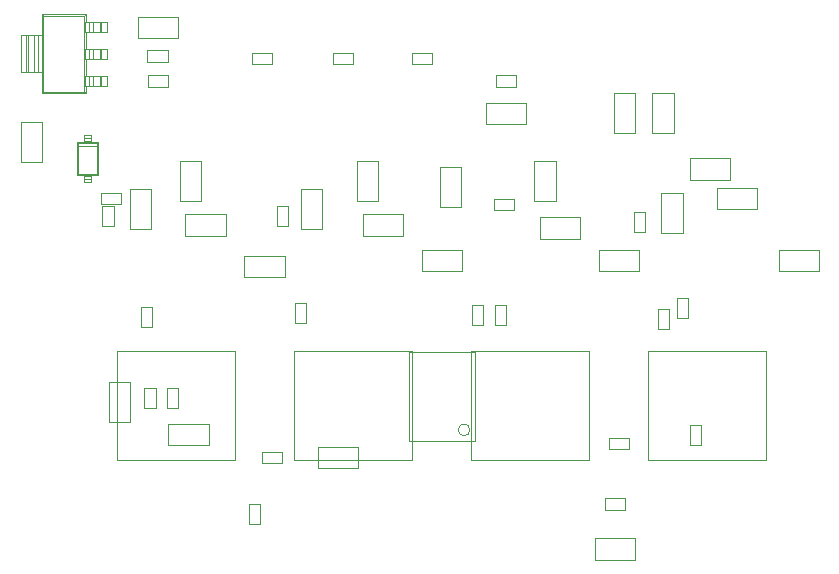
<source format=gbr>
G04 Layer_Color=16711935*
%FSLAX42Y42*%
%MOMM*%
%TF.FileFunction,Other,Mechanical_13*%
%TF.Part,Single*%
G01*
G75*
%TA.AperFunction,NonConductor*%
%ADD74C,0.10*%
%ADD75C,0.05*%
D74*
X3990Y1190D02*
G03*
X3990Y1190I-50J0D01*
G01*
X5535Y4045D02*
X5715D01*
X5535Y3705D02*
X5715D01*
Y4045D01*
X5535Y3705D02*
Y4045D01*
X5210D02*
X5390D01*
X5210Y3705D02*
X5390D01*
Y4045D01*
X5210Y3705D02*
Y4045D01*
X6195Y3310D02*
Y3490D01*
X5855Y3310D02*
Y3490D01*
X6195D01*
X5855Y3310D02*
X6195D01*
X2352Y3085D02*
X2448D01*
X2352Y2915D02*
X2448D01*
X2352D02*
Y3085D01*
X2448Y2915D02*
Y3085D01*
X2560Y3230D02*
X2740D01*
X2560Y2890D02*
X2740D01*
X2560D02*
Y3230D01*
X2740Y2890D02*
Y3230D01*
X3470Y1850D02*
X4030D01*
X3470Y1100D02*
X4030D01*
X3470D02*
Y1850D01*
X4030Y1100D02*
Y1850D01*
X2146Y4290D02*
Y4385D01*
X2316Y4290D02*
Y4385D01*
X2146D02*
X2316D01*
X2146Y4290D02*
X2316D01*
X5853Y1065D02*
X5947D01*
X5853Y1235D02*
X5947D01*
X5853Y1065D02*
Y1235D01*
X5947Y1065D02*
Y1235D01*
X5165Y1027D02*
Y1123D01*
X5335Y1027D02*
Y1123D01*
X5165D02*
X5335D01*
X5165Y1027D02*
X5335D01*
X1180Y4510D02*
Y4690D01*
X1520Y4510D02*
Y4690D01*
X1180D02*
X1520D01*
X1180Y4510D02*
X1520D01*
X2121Y396D02*
X2216D01*
X2121Y566D02*
X2216D01*
Y396D02*
Y566D01*
X2121Y396D02*
Y566D01*
X1234Y1377D02*
X1329D01*
X1234Y1548D02*
X1329D01*
X1234Y1377D02*
Y1548D01*
X1329Y1377D02*
Y1548D01*
X935Y1255D02*
X1115D01*
X935Y1595D02*
X1115D01*
X935Y1255D02*
Y1595D01*
X1115Y1255D02*
Y1595D01*
X1421Y1377D02*
X1516D01*
X1421Y1548D02*
X1516D01*
X1421Y1377D02*
Y1548D01*
X1516Y1377D02*
Y1548D01*
X1436Y1060D02*
Y1240D01*
X1776Y1060D02*
Y1240D01*
X1436D02*
X1776D01*
X1436Y1060D02*
X1776D01*
X1202Y2059D02*
X1298D01*
X1202Y2229D02*
X1298D01*
X1202Y2059D02*
Y2229D01*
X1298Y2059D02*
Y2229D01*
X3042Y866D02*
Y1046D01*
X2702Y866D02*
Y1046D01*
Y866D02*
X3042D01*
X2702Y1046D02*
X3042D01*
X2227Y909D02*
Y1004D01*
X2398Y909D02*
Y1004D01*
X2227D02*
X2398D01*
X2227Y909D02*
X2398D01*
X5578Y2046D02*
X5672D01*
X5578Y2216D02*
X5672D01*
X5578Y2046D02*
Y2216D01*
X5672Y2046D02*
Y2216D01*
X5740Y2140D02*
X5835D01*
X5740Y2310D02*
X5835D01*
X5740Y2140D02*
Y2310D01*
X5835Y2140D02*
Y2310D01*
X4003Y2077D02*
X4097D01*
X4003Y2248D02*
X4097D01*
X4003Y2077D02*
Y2248D01*
X4097Y2077D02*
Y2248D01*
X4203Y2077D02*
X4297D01*
X4203Y2248D02*
X4297D01*
X4203Y2077D02*
Y2248D01*
X4297Y2077D02*
Y2248D01*
X2509Y2096D02*
X2604D01*
X2509Y2266D02*
X2604D01*
X2509Y2096D02*
Y2266D01*
X2604Y2096D02*
Y2266D01*
X4464Y3779D02*
Y3959D01*
X4124Y3779D02*
Y3959D01*
Y3779D02*
X4464D01*
X4124Y3959D02*
X4464D01*
X4379Y4096D02*
Y4191D01*
X4209Y4096D02*
Y4191D01*
Y4096D02*
X4379D01*
X4209Y4191D02*
X4379D01*
X3503Y4290D02*
Y4385D01*
X3672Y4290D02*
Y4385D01*
X3503D02*
X3672D01*
X3503Y4290D02*
X3672D01*
X2827D02*
Y4385D01*
X2998Y4290D02*
Y4385D01*
X2827D02*
X2998D01*
X2827Y4290D02*
X2998D01*
X1435Y4096D02*
Y4191D01*
X1265Y4096D02*
Y4191D01*
Y4096D02*
X1435D01*
X1265Y4191D02*
X1435D01*
X1259Y4309D02*
Y4404D01*
X1429Y4309D02*
Y4404D01*
X1259D02*
X1429D01*
X1259Y4309D02*
X1429D01*
X185Y3795D02*
X365D01*
X185Y3455D02*
X365D01*
Y3795D01*
X185Y3455D02*
Y3795D01*
X1035Y3102D02*
Y3198D01*
X865Y3102D02*
Y3198D01*
Y3102D02*
X1035D01*
X865Y3198D02*
X1035D01*
X5391Y91D02*
Y271D01*
X5051Y91D02*
Y271D01*
X5391D01*
X5051Y91D02*
X5391D01*
X5304Y515D02*
Y610D01*
X5134Y515D02*
Y610D01*
X5304D01*
X5134Y515D02*
X5304D01*
X1000Y1860D02*
X2000D01*
X1000Y935D02*
Y1860D01*
X2000Y935D02*
Y1860D01*
X1000Y935D02*
X2000D01*
X4000Y1860D02*
X5000D01*
X4000Y935D02*
Y1860D01*
X5000Y935D02*
Y1860D01*
X4000Y935D02*
X5000D01*
X5500Y1860D02*
X6500D01*
X5500Y935D02*
Y1860D01*
X6500Y935D02*
Y1860D01*
X5500Y935D02*
X6500D01*
X6945Y2535D02*
Y2715D01*
X6605Y2535D02*
Y2715D01*
X6945D01*
X6605Y2535D02*
X6945D01*
X2420Y2485D02*
Y2665D01*
X2080Y2485D02*
Y2665D01*
X2420D01*
X2080Y2485D02*
X2420D01*
X1580Y2835D02*
Y3015D01*
X1920Y2835D02*
Y3015D01*
X1580Y2835D02*
X1920D01*
X1580Y3015D02*
X1920D01*
X1535Y3470D02*
X1715D01*
X1535Y3130D02*
X1715D01*
X1535D02*
Y3470D01*
X1715Y3130D02*
Y3470D01*
X1110Y3230D02*
X1290D01*
X1110Y2890D02*
X1290D01*
X1110D02*
Y3230D01*
X1290Y2890D02*
Y3230D01*
X877Y3085D02*
X973D01*
X877Y2915D02*
X973D01*
X877D02*
Y3085D01*
X973Y2915D02*
Y3085D01*
X3035Y3470D02*
X3215D01*
X3035Y3130D02*
X3215D01*
X3035D02*
Y3470D01*
X3215Y3130D02*
Y3470D01*
X3080Y2835D02*
Y3015D01*
X3420Y2835D02*
Y3015D01*
X3080Y2835D02*
X3420D01*
X3080Y3015D02*
X3420D01*
X3735Y3420D02*
X3915D01*
X3735Y3080D02*
X3915D01*
X3735D02*
Y3420D01*
X3915Y3080D02*
Y3420D01*
X3920Y2535D02*
Y2715D01*
X3580Y2535D02*
Y2715D01*
X3920D01*
X3580Y2535D02*
X3920D01*
X4360Y3052D02*
Y3148D01*
X4190Y3052D02*
Y3148D01*
X4360D01*
X4190Y3052D02*
X4360D01*
X4580Y2810D02*
Y2990D01*
X4920Y2810D02*
Y2990D01*
X4580Y2810D02*
X4920D01*
X4580Y2990D02*
X4920D01*
X4535Y3470D02*
X4715D01*
X4535Y3130D02*
X4715D01*
X4535D02*
Y3470D01*
X4715Y3130D02*
Y3470D01*
X5420Y2535D02*
Y2715D01*
X5080Y2535D02*
Y2715D01*
X5420D01*
X5080Y2535D02*
X5420D01*
X5378Y3035D02*
X5472D01*
X5378Y2865D02*
X5472D01*
X5378D02*
Y3035D01*
X5472Y2865D02*
Y3035D01*
X6080Y3060D02*
Y3240D01*
X6420Y3060D02*
Y3240D01*
X6080Y3060D02*
X6420D01*
X6080Y3240D02*
X6420D01*
X5610Y3195D02*
X5790D01*
X5610Y2855D02*
X5790D01*
X5610D02*
Y3195D01*
X5790Y2855D02*
Y3195D01*
X2500Y1860D02*
X3500D01*
X2500Y935D02*
Y1860D01*
X3500Y935D02*
Y1860D01*
X2500Y935D02*
X3500D01*
D75*
X719Y3683D02*
X781D01*
X719Y3292D02*
X781D01*
X719Y3311D02*
X781D01*
X719Y3664D02*
X781D01*
X719Y3317D02*
X781D01*
X719Y3658D02*
X781D01*
Y3292D02*
Y3345D01*
X719Y3292D02*
Y3345D01*
Y3336D02*
X781D01*
X719Y3630D02*
Y3683D01*
X781Y3630D02*
Y3683D01*
X719Y3639D02*
X781D01*
X660Y3630D02*
X840D01*
X670Y3620D02*
X830D01*
X840Y3345D02*
Y3630D01*
X830Y3620D02*
X840Y3630D01*
X830Y3595D02*
Y3620D01*
X670Y3595D02*
Y3620D01*
X660Y3630D02*
X670Y3620D01*
X660Y3345D02*
Y3630D01*
Y3345D02*
X670Y3355D01*
X660Y3345D02*
X840D01*
X830Y3355D02*
X840Y3345D01*
X830Y3355D02*
X830Y3595D01*
X670D02*
X830D01*
X670D02*
X670Y3355D01*
X830D01*
X915Y4333D02*
Y4417D01*
Y4563D02*
Y4647D01*
X185Y4220D02*
Y4530D01*
X915Y4103D02*
Y4187D01*
X869Y4333D02*
Y4417D01*
X869Y4563D02*
Y4647D01*
X231Y4220D02*
Y4530D01*
X869Y4103D02*
Y4187D01*
X856Y4333D02*
Y4417D01*
X244Y4220D02*
Y4530D01*
X856Y4563D02*
Y4647D01*
Y4103D02*
Y4187D01*
X299Y4220D02*
Y4530D01*
X733Y4647D02*
X915D01*
X733Y4563D02*
X915D01*
X801D02*
Y4647D01*
X765Y4563D02*
Y4647D01*
X733Y4333D02*
X915D01*
X801D02*
Y4417D01*
X733D02*
X915D01*
X765Y4333D02*
Y4417D01*
X185Y4220D02*
X367D01*
X185Y4530D02*
X367D01*
X335Y4220D02*
Y4530D01*
X733Y4103D02*
X915D01*
X801D02*
Y4187D01*
X733D02*
X915D01*
X765Y4103D02*
Y4187D01*
X735D02*
Y4333D01*
X733D02*
Y4417D01*
X735D02*
Y4563D01*
X733D02*
Y4647D01*
X735D02*
Y4710D01*
Y4040D02*
Y4103D01*
X733D02*
Y4187D01*
X723Y4052D02*
X735Y4040D01*
X365D02*
X735D01*
X723Y4698D02*
X735Y4710D01*
X365D02*
X735D01*
X367Y4220D02*
Y4530D01*
X365Y4040D02*
Y4220D01*
Y4040D02*
X377Y4052D01*
X365Y4710D02*
X377Y4698D01*
X365Y4530D02*
Y4710D01*
X377Y4698D02*
X723D01*
X377Y4052D02*
Y4698D01*
Y4052D02*
X723D01*
Y4698D01*
%TF.MD5,aa47f7c71a270fcc92bf45a63c6bae22*%
M02*

</source>
